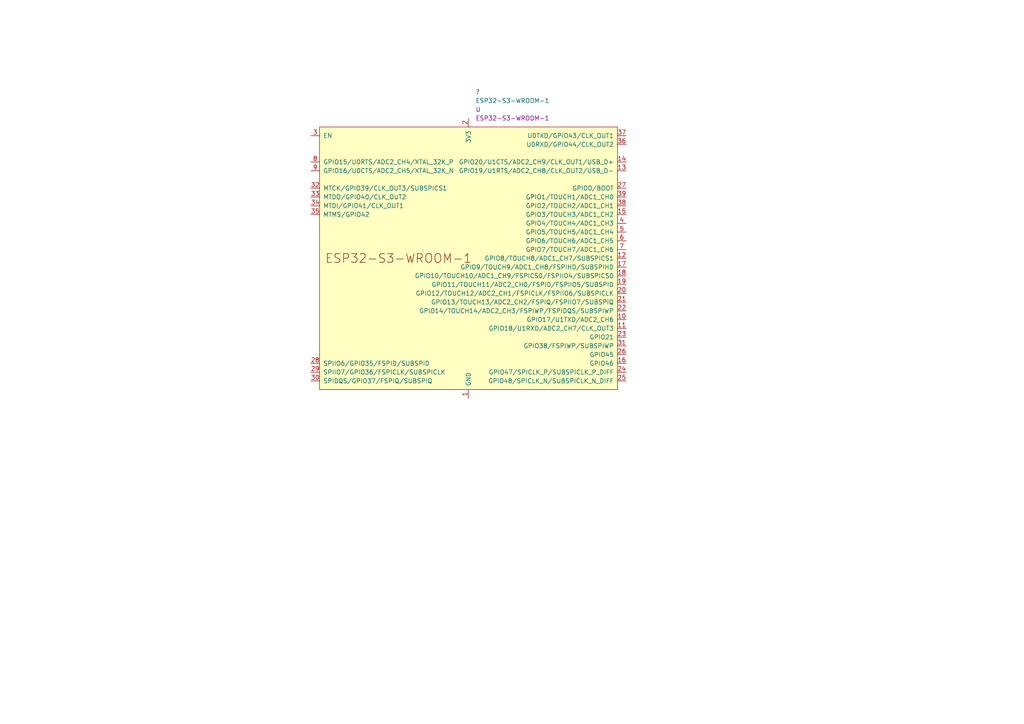
<source format=kicad_sch>
(kicad_sch (version 20211123) (generator eeschema)
  (paper "A4")
  (lib_symbols
    (symbol "Espressif:ESP32-S3-WROOM-1" (pin_names (offset 1.016))
      (property "Value" "ESP32-S3-WROOM-1" (at 0 0 0))
      (property "Reference_1" "U" (at -43.18 43.18 0))
      (property "Value_1" "ESP32-S3-WROOM-1" (at -43.18 40.64 0))
      (symbol "ESP32-S3-WROOM-1_0_0"
        (text "ESP32-S3-WROOM-1" (at -20.32 0 0) (effects (font (size 2.54 2.54))))
        (pin power_in line (at 0 -40.64 90) (length 2.54) (name "GND") (number "1"))
        (pin bidirectional line (at 45.72 -17.78 180) (length 2.54) (name "GPIO17/U1TXD/ADC2_CH6") (number "10"))
        (pin bidirectional line (at 45.72 -20.32 180) (length 2.54) (name "GPIO18/U1RXD/ADC2_CH7/CLK_OUT3") (number "11"))
        (pin bidirectional line (at 45.72 0 180) (length 2.54) (name "GPIO8/TOUCH8/ADC1_CH7/SUBSPICS1") (number "12"))
        (pin bidirectional line (at 45.72 25.4 180) (length 2.54) (name "GPIO19/U1RTS/ADC2_CH8/CLK_OUT2/USB_D-") (number "13"))
        (pin bidirectional line (at 45.72 27.94 180) (length 2.54) (name "GPIO20/U1CTS/ADC2_CH9/CLK_OUT1/USB_D+") (number "14"))
        (pin bidirectional line (at 45.72 12.7 180) (length 2.54) (name "GPIO3/TOUCH3/ADC1_CH2") (number "15"))
        (pin bidirectional line (at 45.72 -30.48 180) (length 2.54) (name "GPIO46") (number "16"))
        (pin bidirectional line (at 45.72 -2.54 180) (length 2.54) (name "GPIO9/TOUCH9/ADC1_CH8/FSPIHD/SUBSPIHD") (number "17"))
        (pin bidirectional line (at 45.72 -5.08 180) (length 2.54) (name "GPIO10/TOUCH10/ADC1_CH9/FSPICS0/FSPIIO4/SUBSPICS0") (number "18"))
        (pin bidirectional line (at 45.72 -7.62 180) (length 2.54) (name "GPIO11/TOUCH11/ADC2_CH0/FSPID/FSPIIO5/SUBSPID") (number "19"))
        (pin power_in line (at 0 40.64 270) (length 2.54) (name "3V3") (number "2"))
        (pin bidirectional line (at 45.72 -10.16 180) (length 2.54) (name "GPIO12/TOUCH12/ADC2_CH1/FSPICLK/FSPIIO6/SUBSPICLK") (number "20"))
        (pin bidirectional line (at 45.72 -12.7 180) (length 2.54) (name "GPIO13/TOUCH13/ADC2_CH2/FSPIQ/FSPIIO7/SUBSPIQ") (number "21"))
        (pin bidirectional line (at 45.72 -15.24 180) (length 2.54) (name "GPIO14/TOUCH14/ADC2_CH3/FSPIWP/FSPIDQS/SUBSPIWP") (number "22"))
        (pin bidirectional line (at 45.72 -22.86 180) (length 2.54) (name "GPIO21") (number "23"))
        (pin bidirectional line (at 45.72 -33.02 180) (length 2.54) (name "GPIO47/SPICLK_P/SUBSPICLK_P_DIFF") (number "24"))
        (pin bidirectional line (at 45.72 -35.56 180) (length 2.54) (name "GPIO48/SPICLK_N/SUBSPICLK_N_DIFF") (number "25"))
        (pin bidirectional line (at 45.72 -27.94 180) (length 2.54) (name "GPIO45") (number "26"))
        (pin bidirectional line (at 45.72 20.32 180) (length 2.54) (name "GPIO0/BOOT") (number "27"))
        (pin bidirectional line (at -45.72 -30.48 0) (length 2.54) (name "SPIIO6/GPIO35/FSPID/SUBSPID") (number "28"))
        (pin bidirectional line (at -45.72 -33.02 0) (length 2.54) (name "SPIIO7/GPIO36/FSPICLK/SUBSPICLK") (number "29"))
        (pin input line (at -45.72 35.56 0) (length 2.54) (name "EN") (number "3"))
        (pin bidirectional line (at -45.72 -35.56 0) (length 2.54) (name "SPIDQS/GPIO37/FSPIQ/SUBSPIQ") (number "30"))
        (pin bidirectional line (at 45.72 -25.4 180) (length 2.54) (name "GPIO38/FSPIWP/SUBSPIWP") (number "31"))
        (pin bidirectional line (at -45.72 20.32 0) (length 2.54) (name "MTCK/GPIO39/CLK_OUT3/SUBSPICS1") (number "32"))
        (pin bidirectional line (at -45.72 17.78 0) (length 2.54) (name "MTDO/GPIO40/CLK_OUT2") (number "33"))
        (pin bidirectional line (at -45.72 15.24 0) (length 2.54) (name "MTDI/GPIO41/CLK_OUT1") (number "34"))
        (pin bidirectional line (at -45.72 12.7 0) (length 2.54) (name "MTMS/GPIO42") (number "35"))
        (pin bidirectional line (at 45.72 33.02 180) (length 2.54) (name "U0RXD/GPIO44/CLK_OUT2") (number "36"))
        (pin bidirectional line (at 45.72 35.56 180) (length 2.54) (name "U0TXD/GPIO43/CLK_OUT1") (number "37"))
        (pin bidirectional line (at 45.72 15.24 180) (length 2.54) (name "GPIO2/TOUCH2/ADC1_CH1") (number "38"))
        (pin bidirectional line (at 45.72 17.78 180) (length 2.54) (name "GPIO1/TOUCH1/ADC1_CH0") (number "39"))
        (pin bidirectional line (at 45.72 10.16 180) (length 2.54) (name "GPIO4/TOUCH4/ADC1_CH3") (number "4"))
        (pin passive line (at 0 -40.64 90) (length 2.54) hide (name "GND") (number "40"))
        (pin passive line (at 0 -40.64 90) (length 2.54) hide (name "GND") (number "41"))
        (pin bidirectional line (at 45.72 7.62 180) (length 2.54) (name "GPIO5/TOUCH5/ADC1_CH4") (number "5"))
        (pin bidirectional line (at 45.72 5.08 180) (length 2.54) (name "GPIO6/TOUCH6/ADC1_CH5") (number "6"))
        (pin bidirectional line (at 45.72 2.54 180) (length 2.54) (name "GPIO7/TOUCH7/ADC1_CH6") (number "7"))
        (pin bidirectional line (at -45.72 27.94 0) (length 2.54) (name "GPIO15/U0RTS/ADC2_CH4/XTAL_32K_P") (number "8"))
        (pin bidirectional line (at -45.72 25.4 0) (length 2.54) (name "GPIO16/U0CTS/ADC2_CH5/XTAL_32K_N") (number "9"))
      )
      (symbol "ESP32-S3-WROOM-1_0_1"
        (rectangle (start -43.18 38.1) (end 43.18 -38.1) (fill (type background)))
      )
    )
  )
  (symbol (lib_id "Espressif:ESP32-S3-WROOM-1") (at 135.89 74.93 0) (unit 1)
    (property "Reference" "?" (at 137.9094 26.67 0) (effects (justify left)))
    (property "Value" "ESP32-S3-WROOM-1" (at 137.9094 29.21 0) (effects (justify left)))
    (property "Reference_1" "U" (at 137.9094 31.75 0) (effects (justify left)))
    (property "Value_1" "ESP32-S3-WROOM-1" (at 137.9094 34.29 0) (effects (justify left)))
    (property "Footprint_1" "Espressif:ESP32-S3-WROOM-1" (effects hide))
    (property "Datasheet_1" "https://www.espressif.com/sites/default/files/documentation/esp32-s3-wroom-1_wroom-1u_datasheet_en.pdf" (effects hide))
  )
)
</source>
